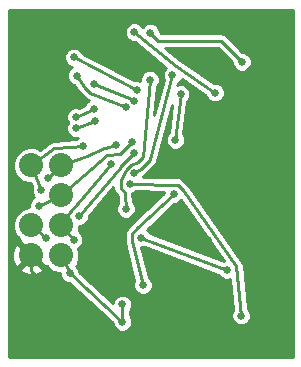
<source format=gbl>
G04 (created by PCBNEW (2013-jul-07)-stable) date Mon 11 May 2015 05:44:55 PM EDT*
%MOIN*%
G04 Gerber Fmt 3.4, Leading zero omitted, Abs format*
%FSLAX34Y34*%
G01*
G70*
G90*
G04 APERTURE LIST*
%ADD10C,0.00590551*%
%ADD11C,0.08*%
%ADD12C,0.025*%
%ADD13C,0.009*%
%ADD14C,0.01*%
G04 APERTURE END LIST*
G54D10*
G54D11*
X25878Y-27003D03*
X24878Y-27003D03*
X25878Y-28003D03*
X24878Y-29003D03*
X25878Y-29003D03*
X24878Y-30003D03*
X25878Y-30003D03*
G54D12*
X26152Y-30600D03*
X27911Y-32217D03*
X27911Y-31635D03*
X27532Y-26956D03*
X26281Y-29474D03*
X26602Y-26366D03*
X25212Y-27837D03*
X29853Y-24625D03*
X29676Y-26148D03*
X32360Y-25670D03*
X29505Y-22455D03*
X25310Y-23500D03*
X29337Y-26873D03*
X30750Y-29500D03*
X30000Y-29510D03*
X26145Y-31800D03*
X32010Y-28850D03*
X32010Y-27390D03*
X27691Y-28041D03*
X27332Y-28840D03*
X24407Y-29471D03*
X26984Y-25511D03*
X26370Y-25769D03*
X30996Y-24576D03*
X28306Y-22558D03*
X28599Y-30994D03*
X29627Y-27954D03*
X29576Y-23999D03*
X28296Y-27260D03*
X26954Y-25117D03*
X26357Y-25385D03*
X28230Y-26209D03*
X25124Y-28343D03*
X26973Y-24287D03*
X28283Y-24841D03*
X26385Y-24006D03*
X28015Y-25068D03*
X28387Y-24484D03*
X26295Y-23399D03*
X31399Y-30488D03*
X28539Y-29410D03*
X31868Y-32007D03*
X28156Y-27618D03*
X26476Y-28683D03*
X28299Y-26584D03*
X25348Y-29411D03*
X31892Y-23548D03*
X28836Y-22578D03*
X25418Y-27415D03*
X27703Y-26338D03*
X28026Y-28449D03*
X28826Y-24147D03*
G54D13*
X26152Y-30600D02*
X27911Y-32217D01*
X25878Y-30003D02*
X26152Y-30600D01*
X27911Y-31635D02*
X27911Y-32217D01*
X26170Y-28556D02*
X25878Y-29003D01*
X26446Y-28257D02*
X26170Y-28556D01*
X27532Y-26956D02*
X26446Y-28257D01*
X25878Y-29003D02*
X26281Y-29474D01*
X25624Y-26434D02*
X24878Y-27003D01*
X25655Y-26421D02*
X25624Y-26434D01*
X26602Y-26366D02*
X25655Y-26421D01*
X24878Y-27003D02*
X25212Y-27837D01*
X29676Y-26148D02*
X29853Y-24625D01*
X32565Y-25875D02*
X32565Y-26010D01*
X32360Y-25670D02*
X32565Y-25875D01*
X26655Y-22155D02*
X25310Y-23500D01*
X29205Y-22155D02*
X26655Y-22155D01*
X29505Y-22455D02*
X29205Y-22155D01*
X25440Y-23630D02*
X25590Y-23630D01*
X25310Y-23500D02*
X25440Y-23630D01*
X29428Y-26782D02*
X29456Y-26782D01*
X29337Y-26873D02*
X29428Y-26782D01*
X30010Y-29500D02*
X30750Y-29500D01*
X30000Y-29510D02*
X30010Y-29500D01*
X24878Y-30533D02*
X24878Y-30003D01*
X26145Y-31800D02*
X24878Y-30533D01*
X32010Y-27390D02*
X32010Y-28850D01*
X24407Y-29471D02*
X24878Y-30003D01*
X27691Y-28041D02*
X27332Y-28840D01*
X26370Y-25769D02*
X26984Y-25511D01*
X29703Y-23693D02*
X30996Y-24576D01*
X28306Y-22558D02*
X29703Y-23693D01*
X28232Y-29536D02*
X28599Y-30994D01*
X28232Y-29283D02*
X28232Y-29536D01*
X28412Y-29103D02*
X28232Y-29283D01*
X29627Y-27954D02*
X28412Y-29103D01*
X28832Y-26797D02*
X29576Y-23999D01*
X28826Y-26811D02*
X28832Y-26797D01*
X28525Y-27112D02*
X28826Y-26811D01*
X28296Y-27260D02*
X28525Y-27112D01*
X26357Y-25385D02*
X26954Y-25117D01*
X27405Y-26649D02*
X25878Y-28003D01*
X27826Y-26636D02*
X27405Y-26649D01*
X28001Y-26462D02*
X27826Y-26636D01*
X28001Y-26461D02*
X28001Y-26462D01*
X28230Y-26209D02*
X28001Y-26461D01*
X25878Y-28003D02*
X25124Y-28343D01*
X28142Y-24761D02*
X26973Y-24287D01*
X28283Y-24841D02*
X28142Y-24761D01*
X26666Y-24414D02*
X26385Y-24006D01*
X26846Y-24593D02*
X26666Y-24414D01*
X28015Y-25068D02*
X26846Y-24593D01*
X28387Y-24484D02*
X26295Y-23399D01*
X28539Y-29410D02*
X31399Y-30488D01*
X31705Y-30361D02*
X31868Y-32007D01*
X29934Y-27827D02*
X31705Y-30361D01*
X29754Y-27647D02*
X29934Y-27827D01*
X28156Y-27618D02*
X29754Y-27647D01*
X27814Y-27073D02*
X26476Y-28683D01*
X27814Y-27060D02*
X27814Y-27073D01*
X28096Y-26777D02*
X27814Y-27060D01*
X28299Y-26584D02*
X28096Y-26777D01*
X24878Y-29003D02*
X25348Y-29411D01*
X31183Y-22839D02*
X31892Y-23548D01*
X29097Y-22839D02*
X31183Y-22839D01*
X28836Y-22578D02*
X29097Y-22839D01*
X25878Y-27003D02*
X25418Y-27415D01*
X26729Y-26673D02*
X25878Y-27003D01*
X27306Y-26429D02*
X26729Y-26673D01*
X27319Y-26423D02*
X27306Y-26429D01*
X27703Y-26338D02*
X27319Y-26423D01*
X28605Y-26711D02*
X28826Y-24147D01*
X28426Y-26891D02*
X28605Y-26711D01*
X28180Y-26979D02*
X28426Y-26891D01*
X28015Y-27144D02*
X28180Y-26979D01*
X28015Y-27156D02*
X28015Y-27144D01*
X27849Y-27491D02*
X28015Y-27156D01*
X27849Y-27745D02*
X27849Y-27491D01*
X27998Y-27914D02*
X27849Y-27745D01*
X28026Y-28449D02*
X27998Y-27914D01*
G54D10*
G36*
X31285Y-30183D02*
X31282Y-30184D01*
X28827Y-29257D01*
X28814Y-29226D01*
X28729Y-29140D01*
X29640Y-28279D01*
X29692Y-28279D01*
X29811Y-28229D01*
X29873Y-28167D01*
X31285Y-30183D01*
X31285Y-30183D01*
G37*
G54D14*
X31285Y-30183D02*
X31282Y-30184D01*
X28827Y-29257D01*
X28814Y-29226D01*
X28729Y-29140D01*
X29640Y-28279D01*
X29692Y-28279D01*
X29811Y-28229D01*
X29873Y-28167D01*
X31285Y-30183D01*
G54D10*
G36*
X33580Y-33380D02*
X32217Y-33380D01*
X32217Y-23483D01*
X32167Y-23364D01*
X32076Y-23272D01*
X31956Y-23223D01*
X31913Y-23223D01*
X31356Y-22665D01*
X31276Y-22612D01*
X31183Y-22593D01*
X31182Y-22594D01*
X29198Y-22594D01*
X29161Y-22556D01*
X29161Y-22513D01*
X29111Y-22394D01*
X29020Y-22302D01*
X28900Y-22253D01*
X28771Y-22252D01*
X28652Y-22302D01*
X28580Y-22373D01*
X28490Y-22282D01*
X28370Y-22233D01*
X28241Y-22232D01*
X28122Y-22282D01*
X28030Y-22373D01*
X27981Y-22493D01*
X27980Y-22622D01*
X28030Y-22741D01*
X28121Y-22833D01*
X28241Y-22882D01*
X28317Y-22883D01*
X29374Y-23741D01*
X29300Y-23815D01*
X29251Y-23934D01*
X29251Y-24064D01*
X29284Y-24144D01*
X28970Y-25325D01*
X29051Y-24382D01*
X29102Y-24331D01*
X29151Y-24212D01*
X29151Y-24082D01*
X29102Y-23963D01*
X29011Y-23871D01*
X28891Y-23822D01*
X28762Y-23822D01*
X28643Y-23871D01*
X28551Y-23962D01*
X28501Y-24082D01*
X28501Y-24179D01*
X28452Y-24159D01*
X28323Y-24159D01*
X28306Y-24166D01*
X26597Y-23280D01*
X26570Y-23215D01*
X26479Y-23124D01*
X26360Y-23074D01*
X26230Y-23074D01*
X26111Y-23124D01*
X26019Y-23215D01*
X25970Y-23334D01*
X25970Y-23464D01*
X26019Y-23583D01*
X26110Y-23675D01*
X26223Y-23721D01*
X26201Y-23731D01*
X26109Y-23822D01*
X26060Y-23941D01*
X26060Y-24071D01*
X26109Y-24190D01*
X26201Y-24282D01*
X26308Y-24326D01*
X26464Y-24553D01*
X26482Y-24570D01*
X26493Y-24587D01*
X26673Y-24766D01*
X26673Y-24767D01*
X26674Y-24768D01*
X26713Y-24793D01*
X26752Y-24820D01*
X26753Y-24820D01*
X26754Y-24820D01*
X26788Y-24834D01*
X26770Y-24841D01*
X26678Y-24933D01*
X26658Y-24981D01*
X26453Y-25073D01*
X26422Y-25060D01*
X26292Y-25060D01*
X26173Y-25109D01*
X26081Y-25201D01*
X26032Y-25320D01*
X26032Y-25449D01*
X26081Y-25569D01*
X26096Y-25584D01*
X26095Y-25584D01*
X26045Y-25704D01*
X26045Y-25833D01*
X26095Y-25953D01*
X26186Y-26044D01*
X26305Y-26094D01*
X26415Y-26094D01*
X26374Y-26134D01*
X25641Y-26177D01*
X25601Y-26187D01*
X25561Y-26195D01*
X25530Y-26208D01*
X25503Y-26226D01*
X25475Y-26239D01*
X25168Y-26474D01*
X24998Y-26403D01*
X24759Y-26403D01*
X24538Y-26494D01*
X24369Y-26662D01*
X24278Y-26883D01*
X24278Y-27122D01*
X24369Y-27342D01*
X24537Y-27511D01*
X24758Y-27603D01*
X24854Y-27603D01*
X24904Y-27729D01*
X24887Y-27772D01*
X24887Y-27901D01*
X24936Y-28020D01*
X24970Y-28055D01*
X24940Y-28067D01*
X24849Y-28159D01*
X24799Y-28278D01*
X24799Y-28403D01*
X24759Y-28403D01*
X24538Y-28494D01*
X24369Y-28662D01*
X24278Y-28883D01*
X24278Y-29122D01*
X24369Y-29342D01*
X24512Y-29486D01*
X24490Y-29544D01*
X24878Y-29932D01*
X24883Y-29926D01*
X24954Y-29997D01*
X24948Y-30003D01*
X25336Y-30390D01*
X25395Y-30368D01*
X25537Y-30511D01*
X25758Y-30603D01*
X25827Y-30603D01*
X25827Y-30664D01*
X25876Y-30784D01*
X25968Y-30875D01*
X26087Y-30925D01*
X26143Y-30925D01*
X27586Y-32251D01*
X27586Y-32281D01*
X27635Y-32401D01*
X27727Y-32492D01*
X27846Y-32542D01*
X27975Y-32542D01*
X28095Y-32492D01*
X28186Y-32401D01*
X28236Y-32282D01*
X28236Y-32152D01*
X28187Y-32033D01*
X28156Y-32002D01*
X28156Y-31849D01*
X28186Y-31819D01*
X28236Y-31699D01*
X28236Y-31570D01*
X28187Y-31451D01*
X28095Y-31359D01*
X27976Y-31310D01*
X27847Y-31309D01*
X27727Y-31359D01*
X27636Y-31450D01*
X27586Y-31570D01*
X27586Y-31586D01*
X26477Y-30566D01*
X26477Y-30535D01*
X26428Y-30416D01*
X26370Y-30359D01*
X26386Y-30343D01*
X26478Y-30123D01*
X26478Y-29884D01*
X26429Y-29765D01*
X26465Y-29750D01*
X26557Y-29659D01*
X26606Y-29539D01*
X26606Y-29410D01*
X26557Y-29290D01*
X26466Y-29199D01*
X26449Y-29192D01*
X26478Y-29123D01*
X26478Y-29008D01*
X26541Y-29008D01*
X26660Y-28959D01*
X26752Y-28867D01*
X26801Y-28748D01*
X26801Y-28675D01*
X27604Y-27708D01*
X27604Y-27745D01*
X27612Y-27784D01*
X27617Y-27824D01*
X27621Y-27831D01*
X27623Y-27839D01*
X27645Y-27872D01*
X27665Y-27907D01*
X27757Y-28012D01*
X27770Y-28246D01*
X27751Y-28265D01*
X27701Y-28384D01*
X27701Y-28513D01*
X27750Y-28633D01*
X27842Y-28724D01*
X27961Y-28774D01*
X28090Y-28774D01*
X28210Y-28725D01*
X28301Y-28633D01*
X28351Y-28514D01*
X28351Y-28385D01*
X28302Y-28265D01*
X28259Y-28222D01*
X28244Y-27933D01*
X28339Y-27894D01*
X28366Y-27867D01*
X29305Y-27883D01*
X29303Y-27889D01*
X29302Y-27923D01*
X28243Y-28925D01*
X28241Y-28928D01*
X28238Y-28930D01*
X28059Y-29109D01*
X28006Y-29189D01*
X27987Y-29283D01*
X27987Y-29283D01*
X27987Y-29536D01*
X27993Y-29566D01*
X27994Y-29596D01*
X28308Y-30846D01*
X28274Y-30929D01*
X28274Y-31059D01*
X28323Y-31178D01*
X28414Y-31270D01*
X28534Y-31319D01*
X28663Y-31319D01*
X28782Y-31270D01*
X28874Y-31178D01*
X28924Y-31059D01*
X28924Y-30930D01*
X28874Y-30810D01*
X28783Y-30719D01*
X28781Y-30718D01*
X28534Y-29734D01*
X28603Y-29735D01*
X28652Y-29714D01*
X31112Y-30644D01*
X31123Y-30672D01*
X31214Y-30763D01*
X31334Y-30813D01*
X31463Y-30813D01*
X31502Y-30797D01*
X31602Y-31813D01*
X31593Y-31822D01*
X31543Y-31942D01*
X31543Y-32071D01*
X31592Y-32191D01*
X31684Y-32282D01*
X31803Y-32332D01*
X31932Y-32332D01*
X32052Y-32282D01*
X32143Y-32191D01*
X32193Y-32072D01*
X32193Y-31942D01*
X32144Y-31823D01*
X32090Y-31769D01*
X31949Y-30337D01*
X31947Y-30330D01*
X31947Y-30306D01*
X31925Y-30258D01*
X31921Y-30245D01*
X31918Y-30241D01*
X31908Y-30219D01*
X30135Y-27686D01*
X30119Y-27671D01*
X30107Y-27653D01*
X29933Y-27479D01*
X29931Y-27476D01*
X29852Y-27421D01*
X29759Y-27401D01*
X28598Y-27381D01*
X28612Y-27347D01*
X28659Y-27317D01*
X28677Y-27299D01*
X28698Y-27285D01*
X28999Y-26984D01*
X29023Y-26949D01*
X29026Y-26946D01*
X29031Y-26937D01*
X29052Y-26905D01*
X29058Y-26891D01*
X29061Y-26875D01*
X29069Y-26860D01*
X29562Y-25005D01*
X29458Y-25908D01*
X29401Y-25964D01*
X29351Y-26083D01*
X29351Y-26213D01*
X29401Y-26332D01*
X29492Y-26424D01*
X29611Y-26473D01*
X29741Y-26473D01*
X29860Y-26424D01*
X29952Y-26333D01*
X30001Y-26213D01*
X30001Y-26084D01*
X29952Y-25965D01*
X29945Y-25958D01*
X30071Y-24866D01*
X30128Y-24809D01*
X30178Y-24690D01*
X30178Y-24561D01*
X30129Y-24441D01*
X30037Y-24350D01*
X29918Y-24300D01*
X29789Y-24300D01*
X29745Y-24318D01*
X29756Y-24276D01*
X29760Y-24275D01*
X29851Y-24184D01*
X29881Y-24111D01*
X30676Y-24653D01*
X30720Y-24760D01*
X30811Y-24852D01*
X30931Y-24901D01*
X31060Y-24901D01*
X31180Y-24852D01*
X31271Y-24760D01*
X31321Y-24641D01*
X31321Y-24512D01*
X31271Y-24392D01*
X31180Y-24301D01*
X31061Y-24251D01*
X30956Y-24251D01*
X29846Y-23494D01*
X29341Y-23084D01*
X31081Y-23084D01*
X31566Y-23569D01*
X31566Y-23612D01*
X31616Y-23731D01*
X31707Y-23823D01*
X31827Y-23872D01*
X31956Y-23873D01*
X32075Y-23823D01*
X32167Y-23732D01*
X32216Y-23612D01*
X32217Y-23483D01*
X32217Y-33380D01*
X25265Y-33380D01*
X25265Y-30461D01*
X24878Y-30073D01*
X24807Y-30144D01*
X24807Y-30003D01*
X24419Y-29615D01*
X24314Y-29655D01*
X24223Y-29897D01*
X24233Y-30155D01*
X24314Y-30351D01*
X24419Y-30390D01*
X24807Y-30003D01*
X24807Y-30144D01*
X24490Y-30461D01*
X24530Y-30567D01*
X24772Y-30657D01*
X25030Y-30648D01*
X25226Y-30567D01*
X25265Y-30461D01*
X25265Y-33380D01*
X24119Y-33380D01*
X24119Y-21819D01*
X33580Y-21819D01*
X33580Y-33380D01*
X33580Y-33380D01*
G37*
G54D14*
X33580Y-33380D02*
X32217Y-33380D01*
X32217Y-23483D01*
X32167Y-23364D01*
X32076Y-23272D01*
X31956Y-23223D01*
X31913Y-23223D01*
X31356Y-22665D01*
X31276Y-22612D01*
X31183Y-22593D01*
X31182Y-22594D01*
X29198Y-22594D01*
X29161Y-22556D01*
X29161Y-22513D01*
X29111Y-22394D01*
X29020Y-22302D01*
X28900Y-22253D01*
X28771Y-22252D01*
X28652Y-22302D01*
X28580Y-22373D01*
X28490Y-22282D01*
X28370Y-22233D01*
X28241Y-22232D01*
X28122Y-22282D01*
X28030Y-22373D01*
X27981Y-22493D01*
X27980Y-22622D01*
X28030Y-22741D01*
X28121Y-22833D01*
X28241Y-22882D01*
X28317Y-22883D01*
X29374Y-23741D01*
X29300Y-23815D01*
X29251Y-23934D01*
X29251Y-24064D01*
X29284Y-24144D01*
X28970Y-25325D01*
X29051Y-24382D01*
X29102Y-24331D01*
X29151Y-24212D01*
X29151Y-24082D01*
X29102Y-23963D01*
X29011Y-23871D01*
X28891Y-23822D01*
X28762Y-23822D01*
X28643Y-23871D01*
X28551Y-23962D01*
X28501Y-24082D01*
X28501Y-24179D01*
X28452Y-24159D01*
X28323Y-24159D01*
X28306Y-24166D01*
X26597Y-23280D01*
X26570Y-23215D01*
X26479Y-23124D01*
X26360Y-23074D01*
X26230Y-23074D01*
X26111Y-23124D01*
X26019Y-23215D01*
X25970Y-23334D01*
X25970Y-23464D01*
X26019Y-23583D01*
X26110Y-23675D01*
X26223Y-23721D01*
X26201Y-23731D01*
X26109Y-23822D01*
X26060Y-23941D01*
X26060Y-24071D01*
X26109Y-24190D01*
X26201Y-24282D01*
X26308Y-24326D01*
X26464Y-24553D01*
X26482Y-24570D01*
X26493Y-24587D01*
X26673Y-24766D01*
X26673Y-24767D01*
X26674Y-24768D01*
X26713Y-24793D01*
X26752Y-24820D01*
X26753Y-24820D01*
X26754Y-24820D01*
X26788Y-24834D01*
X26770Y-24841D01*
X26678Y-24933D01*
X26658Y-24981D01*
X26453Y-25073D01*
X26422Y-25060D01*
X26292Y-25060D01*
X26173Y-25109D01*
X26081Y-25201D01*
X26032Y-25320D01*
X26032Y-25449D01*
X26081Y-25569D01*
X26096Y-25584D01*
X26095Y-25584D01*
X26045Y-25704D01*
X26045Y-25833D01*
X26095Y-25953D01*
X26186Y-26044D01*
X26305Y-26094D01*
X26415Y-26094D01*
X26374Y-26134D01*
X25641Y-26177D01*
X25601Y-26187D01*
X25561Y-26195D01*
X25530Y-26208D01*
X25503Y-26226D01*
X25475Y-26239D01*
X25168Y-26474D01*
X24998Y-26403D01*
X24759Y-26403D01*
X24538Y-26494D01*
X24369Y-26662D01*
X24278Y-26883D01*
X24278Y-27122D01*
X24369Y-27342D01*
X24537Y-27511D01*
X24758Y-27603D01*
X24854Y-27603D01*
X24904Y-27729D01*
X24887Y-27772D01*
X24887Y-27901D01*
X24936Y-28020D01*
X24970Y-28055D01*
X24940Y-28067D01*
X24849Y-28159D01*
X24799Y-28278D01*
X24799Y-28403D01*
X24759Y-28403D01*
X24538Y-28494D01*
X24369Y-28662D01*
X24278Y-28883D01*
X24278Y-29122D01*
X24369Y-29342D01*
X24512Y-29486D01*
X24490Y-29544D01*
X24878Y-29932D01*
X24883Y-29926D01*
X24954Y-29997D01*
X24948Y-30003D01*
X25336Y-30390D01*
X25395Y-30368D01*
X25537Y-30511D01*
X25758Y-30603D01*
X25827Y-30603D01*
X25827Y-30664D01*
X25876Y-30784D01*
X25968Y-30875D01*
X26087Y-30925D01*
X26143Y-30925D01*
X27586Y-32251D01*
X27586Y-32281D01*
X27635Y-32401D01*
X27727Y-32492D01*
X27846Y-32542D01*
X27975Y-32542D01*
X28095Y-32492D01*
X28186Y-32401D01*
X28236Y-32282D01*
X28236Y-32152D01*
X28187Y-32033D01*
X28156Y-32002D01*
X28156Y-31849D01*
X28186Y-31819D01*
X28236Y-31699D01*
X28236Y-31570D01*
X28187Y-31451D01*
X28095Y-31359D01*
X27976Y-31310D01*
X27847Y-31309D01*
X27727Y-31359D01*
X27636Y-31450D01*
X27586Y-31570D01*
X27586Y-31586D01*
X26477Y-30566D01*
X26477Y-30535D01*
X26428Y-30416D01*
X26370Y-30359D01*
X26386Y-30343D01*
X26478Y-30123D01*
X26478Y-29884D01*
X26429Y-29765D01*
X26465Y-29750D01*
X26557Y-29659D01*
X26606Y-29539D01*
X26606Y-29410D01*
X26557Y-29290D01*
X26466Y-29199D01*
X26449Y-29192D01*
X26478Y-29123D01*
X26478Y-29008D01*
X26541Y-29008D01*
X26660Y-28959D01*
X26752Y-28867D01*
X26801Y-28748D01*
X26801Y-28675D01*
X27604Y-27708D01*
X27604Y-27745D01*
X27612Y-27784D01*
X27617Y-27824D01*
X27621Y-27831D01*
X27623Y-27839D01*
X27645Y-27872D01*
X27665Y-27907D01*
X27757Y-28012D01*
X27770Y-28246D01*
X27751Y-28265D01*
X27701Y-28384D01*
X27701Y-28513D01*
X27750Y-28633D01*
X27842Y-28724D01*
X27961Y-28774D01*
X28090Y-28774D01*
X28210Y-28725D01*
X28301Y-28633D01*
X28351Y-28514D01*
X28351Y-28385D01*
X28302Y-28265D01*
X28259Y-28222D01*
X28244Y-27933D01*
X28339Y-27894D01*
X28366Y-27867D01*
X29305Y-27883D01*
X29303Y-27889D01*
X29302Y-27923D01*
X28243Y-28925D01*
X28241Y-28928D01*
X28238Y-28930D01*
X28059Y-29109D01*
X28006Y-29189D01*
X27987Y-29283D01*
X27987Y-29283D01*
X27987Y-29536D01*
X27993Y-29566D01*
X27994Y-29596D01*
X28308Y-30846D01*
X28274Y-30929D01*
X28274Y-31059D01*
X28323Y-31178D01*
X28414Y-31270D01*
X28534Y-31319D01*
X28663Y-31319D01*
X28782Y-31270D01*
X28874Y-31178D01*
X28924Y-31059D01*
X28924Y-30930D01*
X28874Y-30810D01*
X28783Y-30719D01*
X28781Y-30718D01*
X28534Y-29734D01*
X28603Y-29735D01*
X28652Y-29714D01*
X31112Y-30644D01*
X31123Y-30672D01*
X31214Y-30763D01*
X31334Y-30813D01*
X31463Y-30813D01*
X31502Y-30797D01*
X31602Y-31813D01*
X31593Y-31822D01*
X31543Y-31942D01*
X31543Y-32071D01*
X31592Y-32191D01*
X31684Y-32282D01*
X31803Y-32332D01*
X31932Y-32332D01*
X32052Y-32282D01*
X32143Y-32191D01*
X32193Y-32072D01*
X32193Y-31942D01*
X32144Y-31823D01*
X32090Y-31769D01*
X31949Y-30337D01*
X31947Y-30330D01*
X31947Y-30306D01*
X31925Y-30258D01*
X31921Y-30245D01*
X31918Y-30241D01*
X31908Y-30219D01*
X30135Y-27686D01*
X30119Y-27671D01*
X30107Y-27653D01*
X29933Y-27479D01*
X29931Y-27476D01*
X29852Y-27421D01*
X29759Y-27401D01*
X28598Y-27381D01*
X28612Y-27347D01*
X28659Y-27317D01*
X28677Y-27299D01*
X28698Y-27285D01*
X28999Y-26984D01*
X29023Y-26949D01*
X29026Y-26946D01*
X29031Y-26937D01*
X29052Y-26905D01*
X29058Y-26891D01*
X29061Y-26875D01*
X29069Y-26860D01*
X29562Y-25005D01*
X29458Y-25908D01*
X29401Y-25964D01*
X29351Y-26083D01*
X29351Y-26213D01*
X29401Y-26332D01*
X29492Y-26424D01*
X29611Y-26473D01*
X29741Y-26473D01*
X29860Y-26424D01*
X29952Y-26333D01*
X30001Y-26213D01*
X30001Y-26084D01*
X29952Y-25965D01*
X29945Y-25958D01*
X30071Y-24866D01*
X30128Y-24809D01*
X30178Y-24690D01*
X30178Y-24561D01*
X30129Y-24441D01*
X30037Y-24350D01*
X29918Y-24300D01*
X29789Y-24300D01*
X29745Y-24318D01*
X29756Y-24276D01*
X29760Y-24275D01*
X29851Y-24184D01*
X29881Y-24111D01*
X30676Y-24653D01*
X30720Y-24760D01*
X30811Y-24852D01*
X30931Y-24901D01*
X31060Y-24901D01*
X31180Y-24852D01*
X31271Y-24760D01*
X31321Y-24641D01*
X31321Y-24512D01*
X31271Y-24392D01*
X31180Y-24301D01*
X31061Y-24251D01*
X30956Y-24251D01*
X29846Y-23494D01*
X29341Y-23084D01*
X31081Y-23084D01*
X31566Y-23569D01*
X31566Y-23612D01*
X31616Y-23731D01*
X31707Y-23823D01*
X31827Y-23872D01*
X31956Y-23873D01*
X32075Y-23823D01*
X32167Y-23732D01*
X32216Y-23612D01*
X32217Y-23483D01*
X32217Y-33380D01*
X25265Y-33380D01*
X25265Y-30461D01*
X24878Y-30073D01*
X24807Y-30144D01*
X24807Y-30003D01*
X24419Y-29615D01*
X24314Y-29655D01*
X24223Y-29897D01*
X24233Y-30155D01*
X24314Y-30351D01*
X24419Y-30390D01*
X24807Y-30003D01*
X24807Y-30144D01*
X24490Y-30461D01*
X24530Y-30567D01*
X24772Y-30657D01*
X25030Y-30648D01*
X25226Y-30567D01*
X25265Y-30461D01*
X25265Y-33380D01*
X24119Y-33380D01*
X24119Y-21819D01*
X33580Y-21819D01*
X33580Y-33380D01*
M02*

</source>
